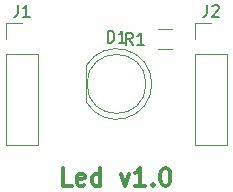
<source format=gbr>
G04 #@! TF.GenerationSoftware,KiCad,Pcbnew,(5.0.0)*
G04 #@! TF.CreationDate,2019-05-30T11:45:59+02:00*
G04 #@! TF.ProjectId,LED,4C45442E6B696361645F706362000000,rev?*
G04 #@! TF.SameCoordinates,Original*
G04 #@! TF.FileFunction,Legend,Top*
G04 #@! TF.FilePolarity,Positive*
%FSLAX46Y46*%
G04 Gerber Fmt 4.6, Leading zero omitted, Abs format (unit mm)*
G04 Created by KiCad (PCBNEW (5.0.0)) date 05/30/19 11:45:59*
%MOMM*%
%LPD*%
G01*
G04 APERTURE LIST*
%ADD10C,0.300000*%
%ADD11C,0.120000*%
%ADD12C,0.150000*%
G04 APERTURE END LIST*
D10*
X146214285Y-103608571D02*
X145500000Y-103608571D01*
X145500000Y-102108571D01*
X147285714Y-103537142D02*
X147142857Y-103608571D01*
X146857142Y-103608571D01*
X146714285Y-103537142D01*
X146642857Y-103394285D01*
X146642857Y-102822857D01*
X146714285Y-102680000D01*
X146857142Y-102608571D01*
X147142857Y-102608571D01*
X147285714Y-102680000D01*
X147357142Y-102822857D01*
X147357142Y-102965714D01*
X146642857Y-103108571D01*
X148642857Y-103608571D02*
X148642857Y-102108571D01*
X148642857Y-103537142D02*
X148500000Y-103608571D01*
X148214285Y-103608571D01*
X148071428Y-103537142D01*
X148000000Y-103465714D01*
X147928571Y-103322857D01*
X147928571Y-102894285D01*
X148000000Y-102751428D01*
X148071428Y-102680000D01*
X148214285Y-102608571D01*
X148500000Y-102608571D01*
X148642857Y-102680000D01*
X150357142Y-102608571D02*
X150714285Y-103608571D01*
X151071428Y-102608571D01*
X152428571Y-103608571D02*
X151571428Y-103608571D01*
X152000000Y-103608571D02*
X152000000Y-102108571D01*
X151857142Y-102322857D01*
X151714285Y-102465714D01*
X151571428Y-102537142D01*
X153071428Y-103465714D02*
X153142857Y-103537142D01*
X153071428Y-103608571D01*
X153000000Y-103537142D01*
X153071428Y-103465714D01*
X153071428Y-103608571D01*
X154071428Y-102108571D02*
X154214285Y-102108571D01*
X154357142Y-102180000D01*
X154428571Y-102251428D01*
X154500000Y-102394285D01*
X154571428Y-102680000D01*
X154571428Y-103037142D01*
X154500000Y-103322857D01*
X154428571Y-103465714D01*
X154357142Y-103537142D01*
X154214285Y-103608571D01*
X154071428Y-103608571D01*
X153928571Y-103537142D01*
X153857142Y-103465714D01*
X153785714Y-103322857D01*
X153714285Y-103037142D01*
X153714285Y-102680000D01*
X153785714Y-102394285D01*
X153857142Y-102251428D01*
X153928571Y-102180000D01*
X154071428Y-102108571D01*
D11*
G04 #@! TO.C,R1*
X154700000Y-92080000D02*
X153500000Y-92080000D01*
X153500000Y-90320000D02*
X154700000Y-90320000D01*
G04 #@! TO.C,J1*
X140670000Y-89860000D02*
X142000000Y-89860000D01*
X140670000Y-91190000D02*
X140670000Y-89860000D01*
X143330000Y-92460000D02*
X140670000Y-92460000D01*
X143330000Y-100140000D02*
X143330000Y-92460000D01*
X140670000Y-100140000D02*
X143330000Y-100140000D01*
X140670000Y-92460000D02*
X140670000Y-100140000D01*
G04 #@! TO.C,J2*
X156670000Y-92460000D02*
X156670000Y-100140000D01*
X156670000Y-100140000D02*
X159330000Y-100140000D01*
X159330000Y-100140000D02*
X159330000Y-92460000D01*
X159330000Y-92460000D02*
X156670000Y-92460000D01*
X156670000Y-91190000D02*
X156670000Y-89860000D01*
X156670000Y-89860000D02*
X158000000Y-89860000D01*
G04 #@! TO.C,D1*
X152990000Y-95000462D02*
G75*
G03X147440000Y-93455170I-2990000J462D01*
G01*
X152990000Y-94999538D02*
G75*
G02X147440000Y-96544830I-2990000J-462D01*
G01*
X152500000Y-95000000D02*
G75*
G03X152500000Y-95000000I-2500000J0D01*
G01*
X147440000Y-93455000D02*
X147440000Y-96545000D01*
G04 #@! TO.C,R1*
D12*
X151373333Y-91672380D02*
X151040000Y-91196190D01*
X150801904Y-91672380D02*
X150801904Y-90672380D01*
X151182857Y-90672380D01*
X151278095Y-90720000D01*
X151325714Y-90767619D01*
X151373333Y-90862857D01*
X151373333Y-91005714D01*
X151325714Y-91100952D01*
X151278095Y-91148571D01*
X151182857Y-91196190D01*
X150801904Y-91196190D01*
X152325714Y-91672380D02*
X151754285Y-91672380D01*
X152040000Y-91672380D02*
X152040000Y-90672380D01*
X151944761Y-90815238D01*
X151849523Y-90910476D01*
X151754285Y-90958095D01*
G04 #@! TO.C,J1*
X141666666Y-88312380D02*
X141666666Y-89026666D01*
X141619047Y-89169523D01*
X141523809Y-89264761D01*
X141380952Y-89312380D01*
X141285714Y-89312380D01*
X142666666Y-89312380D02*
X142095238Y-89312380D01*
X142380952Y-89312380D02*
X142380952Y-88312380D01*
X142285714Y-88455238D01*
X142190476Y-88550476D01*
X142095238Y-88598095D01*
G04 #@! TO.C,J2*
X157666666Y-88312380D02*
X157666666Y-89026666D01*
X157619047Y-89169523D01*
X157523809Y-89264761D01*
X157380952Y-89312380D01*
X157285714Y-89312380D01*
X158095238Y-88407619D02*
X158142857Y-88360000D01*
X158238095Y-88312380D01*
X158476190Y-88312380D01*
X158571428Y-88360000D01*
X158619047Y-88407619D01*
X158666666Y-88502857D01*
X158666666Y-88598095D01*
X158619047Y-88740952D01*
X158047619Y-89312380D01*
X158666666Y-89312380D01*
G04 #@! TO.C,D1*
X149261904Y-91492380D02*
X149261904Y-90492380D01*
X149500000Y-90492380D01*
X149642857Y-90540000D01*
X149738095Y-90635238D01*
X149785714Y-90730476D01*
X149833333Y-90920952D01*
X149833333Y-91063809D01*
X149785714Y-91254285D01*
X149738095Y-91349523D01*
X149642857Y-91444761D01*
X149500000Y-91492380D01*
X149261904Y-91492380D01*
X150785714Y-91492380D02*
X150214285Y-91492380D01*
X150500000Y-91492380D02*
X150500000Y-90492380D01*
X150404761Y-90635238D01*
X150309523Y-90730476D01*
X150214285Y-90778095D01*
G04 #@! TD*
M02*

</source>
